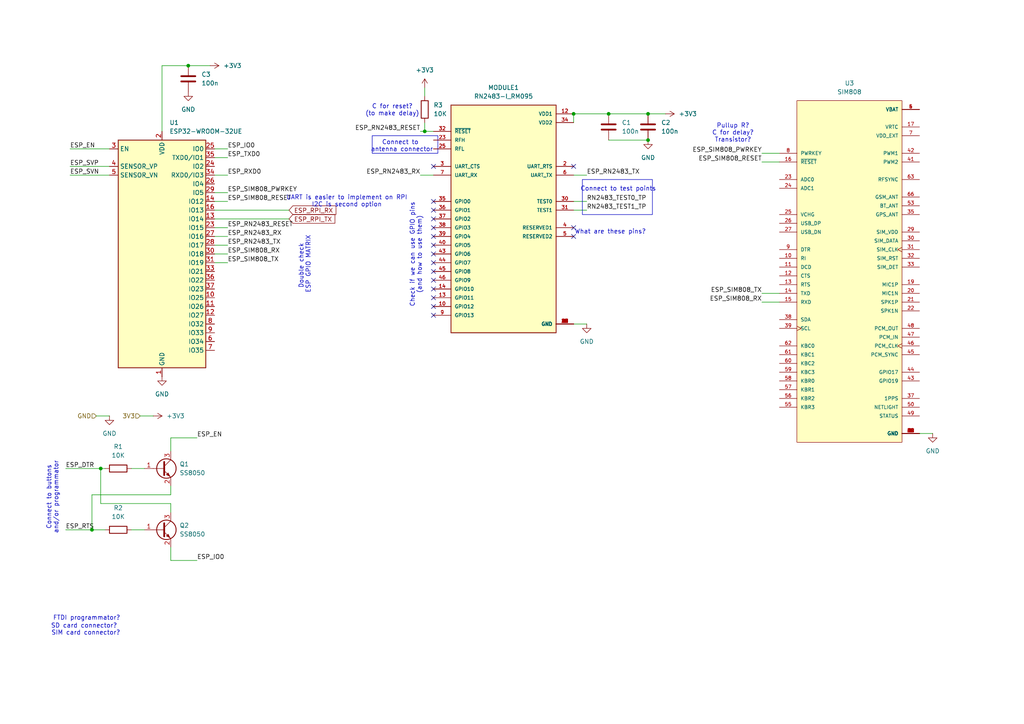
<source format=kicad_sch>
(kicad_sch (version 20250114) (generator "eeschema") (generator_version "9.0")
  (paper "A4")
  (lib_symbols
    (symbol "Device:C" (pin_numbers (hide yes)) (pin_names (offset 0.254))
      (property "Reference" "C" (at 0.635 2.54 0))
      (property "Value" "C" (at 0.635 -2.54 0))
      (symbol "C_0_1"
        (polyline (pts (xy -2.032 0.762) (xy 2.032 0.762)) (stroke (width 0.508)))
        (polyline (pts (xy -2.032 -0.762) (xy 2.032 -0.762)) (stroke (width 0.508)))
      )
      (symbol "C_1_1"
        (pin passive line (at 0 3.81 270) (length 2.794) (name "~") (number "1"))
        (pin passive line (at 0 -3.81 90) (length 2.794) (name "~") (number "2"))
      )
    )
    (symbol "Device:R" (pin_numbers (hide yes)) (pin_names (offset 0))
      (property "Reference" "R" (at 2.032 0 90))
      (property "Value" "R" (at 0 0 90))
      (symbol "R_0_1"
        (rectangle (start -1.016 -2.54) (end 1.016 2.54) (stroke (width 0.254)))
      )
      (symbol "R_1_1"
        (pin passive line (at 0 3.81 270) (length 1.27) (name "~") (number "1"))
        (pin passive line (at 0 -3.81 90) (length 1.27) (name "~") (number "2"))
      )
    )
    (symbol "RF_Module:ESP32-WROOM-32UE"
      (property "Reference" "U" (at -12.7 34.29 0))
      (property "Value" "ESP32-WROOM-32UE" (at 1.27 34.29 0))
      (symbol "ESP32-WROOM-32UE_0_1"
        (rectangle (start -12.7 33.02) (end 12.7 -33.02) (stroke (width 0.254)) (fill (type background)))
      )
      (symbol "ESP32-WROOM-32UE_1_1"
        (pin input line (at -15.24 30.48 0) (length 2.54) (name "EN") (number "3"))
        (pin input line (at -15.24 25.4 0) (length 2.54) (name "SENSOR_VP") (number "4"))
        (pin input line (at -15.24 22.86 0) (length 2.54) (name "SENSOR_VN") (number "5"))
        (pin no_connect line (at -12.7 0 0) (length 2.54) (hide yes) (name "NC") (number "21"))
        (pin no_connect line (at -12.7 -2.54 0) (length 2.54) (hide yes) (name "NC") (number "22"))
        (pin no_connect line (at -12.7 -5.08 0) (length 2.54) (hide yes) (name "NC") (number "17"))
        (pin no_connect line (at -12.7 -7.62 0) (length 2.54) (hide yes) (name "NC") (number "18"))
        (pin no_connect line (at -12.7 -10.16 0) (length 2.54) (hide yes) (name "NC") (number "20"))
        (pin no_connect line (at -12.7 -12.7 0) (length 2.54) (hide yes) (name "NC") (number "19"))
        (pin no_connect line (at -12.7 -27.94 0) (length 2.54) (hide yes) (name "NC") (number "32"))
        (pin power_in line (at 0 35.56 270) (length 2.54) (name "VDD") (number "2"))
        (pin power_in line (at 0 -35.56 90) (length 2.54) (name "GND") (number "1"))
        (pin passive line (at 0 -35.56 90) (length 2.54) (hide yes) (name "GND") (number "15"))
        (pin passive line (at 0 -35.56 90) (length 2.54) (hide yes) (name "GND") (number "38"))
        (pin passive line (at 0 -35.56 90) (length 2.54) (hide yes) (name "GND") (number "39"))
        (pin bidirectional line (at 15.24 30.48 180) (length 2.54) (name "IO0") (number "25"))
        (pin bidirectional line (at 15.24 27.94 180) (length 2.54) (name "TXD0/IO1") (number "35"))
        (pin bidirectional line (at 15.24 25.4 180) (length 2.54) (name "IO2") (number "24"))
        (pin bidirectional line (at 15.24 22.86 180) (length 2.54) (name "RXD0/IO3") (number "34"))
        (pin bidirectional line (at 15.24 20.32 180) (length 2.54) (name "IO4") (number "26"))
        (pin bidirectional line (at 15.24 17.78 180) (length 2.54) (name "IO5") (number "29"))
        (pin bidirectional line (at 15.24 15.24 180) (length 2.54) (name "IO12") (number "14"))
        (pin bidirectional line (at 15.24 12.7 180) (length 2.54) (name "IO13") (number "16"))
        (pin bidirectional line (at 15.24 10.16 180) (length 2.54) (name "IO14") (number "13"))
        (pin bidirectional line (at 15.24 7.62 180) (length 2.54) (name "IO15") (number "23"))
        (pin bidirectional line (at 15.24 5.08 180) (length 2.54) (name "IO16") (number "27"))
        (pin bidirectional line (at 15.24 2.54 180) (length 2.54) (name "IO17") (number "28"))
        (pin bidirectional line (at 15.24 0 180) (length 2.54) (name "IO18") (number "30"))
        (pin bidirectional line (at 15.24 -2.54 180) (length 2.54) (name "IO19") (number "31"))
        (pin bidirectional line (at 15.24 -5.08 180) (length 2.54) (name "IO21") (number "33"))
        (pin bidirectional line (at 15.24 -7.62 180) (length 2.54) (name "IO22") (number "36"))
        (pin bidirectional line (at 15.24 -10.16 180) (length 2.54) (name "IO23") (number "37"))
        (pin bidirectional line (at 15.24 -12.7 180) (length 2.54) (name "IO25") (number "10"))
        (pin bidirectional line (at 15.24 -15.24 180) (length 2.54) (name "IO26") (number "11"))
        (pin bidirectional line (at 15.24 -17.78 180) (length 2.54) (name "IO27") (number "12"))
        (pin bidirectional line (at 15.24 -20.32 180) (length 2.54) (name "IO32") (number "8"))
        (pin bidirectional line (at 15.24 -22.86 180) (length 2.54) (name "IO33") (number "9"))
        (pin input line (at 15.24 -25.4 180) (length 2.54) (name "IO34") (number "6"))
        (pin input line (at 15.24 -27.94 180) (length 2.54) (name "IO35") (number "7"))
      )
    )
    (symbol "Transistor_BJT:SS8050" (pin_names (offset 0) (hide yes))
      (property "Reference" "Q" (at 5.08 1.905 0))
      (property "Value" "SS8050" (at 5.08 0 0))
      (symbol "SS8050_0_1"
        (polyline (pts (xy -2.54 0) (xy 0.635 0)))
        (polyline (pts (xy 0.635 1.905) (xy 0.635 -1.905)) (stroke (width 0.508)))
        (circle (center 1.27 0) (radius 2.8194) (stroke (width 0.254)))
      )
      (symbol "SS8050_1_1"
        (polyline (pts (xy 0.635 0.635) (xy 2.54 2.54)))
        (polyline (pts (xy 0.635 -0.635) (xy 2.54 -2.54)))
        (polyline (pts (xy 1.27 -1.778) (xy 1.778 -1.27) (xy 2.286 -2.286) (xy 1.27 -1.778)) (fill (type outline)))
        (pin input line (at -5.08 0 0) (length 2.54) (name "B") (number "1"))
        (pin passive line (at 2.54 5.08 270) (length 2.54) (name "C") (number "3"))
        (pin passive line (at 2.54 -5.08 90) (length 2.54) (name "E") (number "2"))
      )
    )
    (symbol "power:+3V3" (power) (pin_numbers (hide yes)) (pin_names (offset 0) (hide yes))
      (property "Value" "+3V3" (at 0 3.556 0))
      (symbol "+3V3_0_1"
        (polyline (pts (xy -0.762 1.27) (xy 0 2.54)))
        (polyline (pts (xy 0 2.54) (xy 0.762 1.27)))
        (polyline (pts (xy 0 0) (xy 0 2.54)))
      )
      (symbol "+3V3_1_1"
        (pin power_in line (at 0 0 90) (length 0) (name "~") (number "1"))
      )
    )
    (symbol "power:GND" (power) (pin_numbers (hide yes)) (pin_names (offset 0) (hide yes))
      (property "Value" "GND" (at 0 -3.81 0))
      (symbol "GND_0_1"
        (polyline (pts (xy 0 0) (xy 0 -1.27) (xy 1.27 -1.27) (xy 0 -2.54) (xy -1.27 -1.27) (xy 0 -1.27)))
      )
      (symbol "GND_1_1"
        (pin power_in line (at 0 0 270) (length 0) (name "~") (number "1"))
      )
    )
    (symbol "probe_sys1:RN2483-I_RM095" (pin_names (offset 1.016))
      (property "Reference" "MODULE" (at -15.2463 33.0337 0))
      (property "Value" "RN2483-I_RM095" (at -15.2576 -35.6012 0))
      (symbol "RN2483-I_RM095_0_0"
        (rectangle (start -15.24 -33.02) (end 15.24 33.02) (stroke (width 0.254)) (fill (type background)))
        (pin input line (at -20.32 25.4 0) (length 5.08) (name "~{RESET}") (number "32"))
        (pin input line (at -20.32 22.86 0) (length 5.08) (name "RFH") (number "23"))
        (pin input line (at -20.32 20.32 0) (length 5.08) (name "RFL") (number "25"))
        (pin input line (at -20.32 15.24 0) (length 5.08) (name "UART_CTS") (number "3"))
        (pin input line (at -20.32 12.7 0) (length 5.08) (name "UART_RX") (number "7"))
        (pin bidirectional line (at -20.32 5.08 0) (length 5.08) (name "GPIO0") (number "35"))
        (pin bidirectional line (at -20.32 2.54 0) (length 5.08) (name "GPIO1") (number "36"))
        (pin bidirectional line (at -20.32 0 0) (length 5.08) (name "GPIO2") (number "37"))
        (pin bidirectional line (at -20.32 -2.54 0) (length 5.08) (name "GPIO3") (number "38"))
        (pin bidirectional line (at -20.32 -5.08 0) (length 5.08) (name "GPIO4") (number "39"))
        (pin bidirectional line (at -20.32 -7.62 0) (length 5.08) (name "GPIO5") (number "40"))
        (pin bidirectional line (at -20.32 -10.16 0) (length 5.08) (name "GPIO6") (number "43"))
        (pin bidirectional line (at -20.32 -12.7 0) (length 5.08) (name "GPIO7") (number "44"))
        (pin bidirectional line (at -20.32 -15.24 0) (length 5.08) (name "GPIO8") (number "45"))
        (pin bidirectional line (at -20.32 -17.78 0) (length 5.08) (name "GPIO9") (number "46"))
        (pin bidirectional line (at -20.32 -20.32 0) (length 5.08) (name "GPIO10") (number "14"))
        (pin bidirectional line (at -20.32 -22.86 0) (length 5.08) (name "GPIO11") (number "13"))
        (pin bidirectional line (at -20.32 -25.4 0) (length 5.08) (name "GPIO12") (number "10"))
        (pin bidirectional line (at -20.32 -27.94 0) (length 5.08) (name "GPIO13") (number "9"))
        (pin power_in line (at 20.32 30.48 180) (length 5.08) (name "VDD1") (number "12"))
        (pin power_in line (at 20.32 27.94 180) (length 5.08) (name "VDD2") (number "34"))
        (pin output line (at 20.32 15.24 180) (length 5.08) (name "UART_RTS") (number "2"))
        (pin output line (at 20.32 12.7 180) (length 5.08) (name "UART_TX") (number "6"))
        (pin passive line (at 20.32 5.08 180) (length 5.08) (name "TEST0") (number "30"))
        (pin passive line (at 20.32 2.54 180) (length 5.08) (name "TEST1") (number "31"))
        (pin passive line (at 20.32 -2.54 180) (length 5.08) (name "RESERVED1") (number "4"))
        (pin passive line (at 20.32 -5.08 180) (length 5.08) (name "RESERVED2") (number "5"))
        (pin passive line (at 20.32 -30.48 180) (length 5.08) (name "GND") (number "1"))
        (pin passive line (at 20.32 -30.48 180) (length 5.08) (name "GND") (number "11"))
        (pin passive line (at 20.32 -30.48 180) (length 5.08) (name "GND") (number "20"))
        (pin passive line (at 20.32 -30.48 180) (length 5.08) (name "GND") (number "21"))
        (pin passive line (at 20.32 -30.48 180) (length 5.08) (name "GND") (number "22"))
        (pin passive line (at 20.32 -30.48 180) (length 5.08) (name "GND") (number "24"))
        (pin passive line (at 20.32 -30.48 180) (length 5.08) (name "GND") (number "26"))
        (pin passive line (at 20.32 -30.48 180) (length 5.08) (name "GND") (number "27"))
        (pin passive line (at 20.32 -30.48 180) (length 5.08) (name "GND") (number "28"))
        (pin passive line (at 20.32 -30.48 180) (length 5.08) (name "GND") (number "33"))
        (pin passive line (at 20.32 -30.48 180) (length 5.08) (name "GND") (number "41"))
        (pin passive line (at 20.32 -30.48 180) (length 5.08) (name "GND") (number "47"))
        (pin passive line (at 20.32 -30.48 180) (length 5.08) (name "GND") (number "8"))
      )
    )
    (symbol "probe_sys1:SIM808" (pin_names (offset 1.016))
      (property "Reference" "U" (at -15.24 49.022 0))
      (property "Value" "SIM808" (at -15.24 -53.34 0))
      (symbol "SIM808_0_0"
        (rectangle (start -15.24 -50.8) (end 15.24 48.26) (stroke (width 0.1524)) (fill (type background)))
        (pin input line (at -20.32 33.02 0) (length 5.08) (name "PWRKEY") (number "8"))
        (pin input line (at -20.32 30.48 0) (length 5.08) (name "~{RESET}") (number "16"))
        (pin input line (at -20.32 25.4 0) (length 5.08) (name "ADC0") (number "23"))
        (pin input line (at -20.32 22.86 0) (length 5.08) (name "ADC1") (number "24"))
        (pin input line (at -20.32 15.24 0) (length 5.08) (name "VCHG") (number "25"))
        (pin bidirectional line (at -20.32 12.7 0) (length 5.08) (name "USB_DP") (number "26"))
        (pin bidirectional line (at -20.32 10.16 0) (length 5.08) (name "USB_DN") (number "27"))
        (pin input line (at -20.32 5.08 0) (length 5.08) (name "DTR") (number "9"))
        (pin output line (at -20.32 2.54 0) (length 5.08) (name "RI") (number "10"))
        (pin output line (at -20.32 0 0) (length 5.08) (name "DCD") (number "11"))
        (pin output line (at -20.32 -2.54 0) (length 5.08) (name "CTS") (number "12"))
        (pin input line (at -20.32 -5.08 0) (length 5.08) (name "RTS") (number "13"))
        (pin output line (at -20.32 -7.62 0) (length 5.08) (name "TXD") (number "14"))
        (pin input line (at -20.32 -10.16 0) (length 5.08) (name "RXD") (number "15"))
        (pin bidirectional line (at -20.32 -15.24 0) (length 5.08) (name "SDA") (number "38"))
        (pin input clock (at -20.32 -17.78 0) (length 5.08) (name "SCL") (number "39"))
        (pin input line (at -20.32 -22.86 0) (length 5.08) (name "KBC0") (number "62"))
        (pin input line (at -20.32 -25.4 0) (length 5.08) (name "KBC1") (number "61"))
        (pin input line (at -20.32 -27.94 0) (length 5.08) (name "KBC2") (number "60"))
        (pin input line (at -20.32 -30.48 0) (length 5.08) (name "KBC3") (number "59"))
        (pin output line (at -20.32 -33.02 0) (length 5.08) (name "KBR0") (number "58"))
        (pin output line (at -20.32 -35.56 0) (length 5.08) (name "KBR1") (number "57"))
        (pin output line (at -20.32 -38.1 0) (length 5.08) (name "KBR2") (number "56"))
        (pin output line (at -20.32 -40.64 0) (length 5.08) (name "KBR3") (number "55"))
        (pin power_in line (at 20.32 45.72 180) (length 5.08) (name "VBAT") (number "4"))
        (pin power_in line (at 20.32 45.72 180) (length 5.08) (name "VBAT") (number "5"))
        (pin power_in line (at 20.32 45.72 180) (length 5.08) (name "VBAT") (number "6"))
        (pin bidirectional line (at 20.32 40.64 180) (length 5.08) (name "VRTC") (number "17"))
        (pin output line (at 20.32 38.1 180) (length 5.08) (name "VDD_EXT") (number "7"))
        (pin output line (at 20.32 33.02 180) (length 5.08) (name "PWM1") (number "42"))
        (pin output line (at 20.32 30.48 180) (length 5.08) (name "PWM2") (number "41"))
        (pin output line (at 20.32 25.4 180) (length 5.08) (name "RFSYNC") (number "63"))
        (pin bidirectional line (at 20.32 20.32 180) (length 5.08) (name "GSM_ANT") (number "66"))
        (pin bidirectional line (at 20.32 17.78 180) (length 5.08) (name "BT_ANT") (number "53"))
        (pin input line (at 20.32 15.24 180) (length 5.08) (name "GPS_ANT") (number "35"))
        (pin output line (at 20.32 10.16 180) (length 5.08) (name "SIM_VDD") (number "29"))
        (pin bidirectional line (at 20.32 7.62 180) (length 5.08) (name "SIM_DATA") (number "30"))
        (pin output clock (at 20.32 5.08 180) (length 5.08) (name "SIM_CLK") (number "31"))
        (pin output line (at 20.32 2.54 180) (length 5.08) (name "SIM_RST") (number "32"))
        (pin input line (at 20.32 0 180) (length 5.08) (name "SIM_DET") (number "33"))
        (pin input line (at 20.32 -5.08 180) (length 5.08) (name "MIC1P") (number "19"))
        (pin input line (at 20.32 -7.62 180) (length 5.08) (name "MIC1N") (number "20"))
        (pin output line (at 20.32 -10.16 180) (length 5.08) (name "SPK1P") (number "21"))
        (pin output line (at 20.32 -12.7 180) (length 5.08) (name "SPK1N") (number "22"))
        (pin output line (at 20.32 -17.78 180) (length 5.08) (name "PCM_OUT") (number "48"))
        (pin input line (at 20.32 -20.32 180) (length 5.08) (name "PCM_IN") (number "47"))
        (pin input clock (at 20.32 -22.86 180) (length 5.08) (name "PCM_CLK") (number "46"))
        (pin output line (at 20.32 -25.4 180) (length 5.08) (name "PCM_SYNC") (number "45"))
        (pin bidirectional line (at 20.32 -30.48 180) (length 5.08) (name "GPIO17") (number "44"))
        (pin bidirectional line (at 20.32 -33.02 180) (length 5.08) (name "GPIO19") (number "43"))
        (pin output line (at 20.32 -38.1 180) (length 5.08) (name "1PPS") (number "37"))
        (pin output line (at 20.32 -40.64 180) (length 5.08) (name "NETLIGHT") (number "50"))
        (pin output line (at 20.32 -43.18 180) (length 5.08) (name "STATUS") (number "49"))
        (pin power_in line (at 20.32 -48.26 180) (length 5.08) (name "GND") (number "1"))
        (pin power_in line (at 20.32 -48.26 180) (length 5.08) (name "GND") (number "18"))
        (pin power_in line (at 20.32 -48.26 180) (length 5.08) (name "GND") (number "2"))
        (pin power_in line (at 20.32 -48.26 180) (length 5.08) (name "GND") (number "28"))
        (pin power_in line (at 20.32 -48.26 180) (length 5.08) (name "GND") (number "3"))
        (pin power_in line (at 20.32 -48.26 180) (length 5.08) (name "GND") (number "34"))
        (pin power_in line (at 20.32 -48.26 180) (length 5.08) (name "GND") (number "36"))
        (pin power_in line (at 20.32 -48.26 180) (length 5.08) (name "GND") (number "40"))
        (pin power_in line (at 20.32 -48.26 180) (length 5.08) (name "GND") (number "51"))
        (pin power_in line (at 20.32 -48.26 180) (length 5.08) (name "GND") (number "52"))
        (pin power_in line (at 20.32 -48.26 180) (length 5.08) (name "GND") (number "54"))
        (pin power_in line (at 20.32 -48.26 180) (length 5.08) (name "GND") (number "64"))
        (pin power_in line (at 20.32 -48.26 180) (length 5.08) (name "GND") (number "65"))
        (pin power_in line (at 20.32 -48.26 180) (length 5.08) (name "GND") (number "67"))
        (pin power_in line (at 20.32 -48.26 180) (length 5.08) (name "GND") (number "68"))
      )
    )
  )
  (rectangle (start 107.95 39.37) (end 127 44.45))
  (rectangle (start 168.91 52.07) (end 189.23 62.23))
  (text "C for reset?\n(to make delay)" (at 113.792 32.004 0) (effects (font (size 1.27 1.27))))
  (text "Connect to test points" (at 179.324 54.864 0) (effects (font (size 1.27 1.27))))
  (text "UART is easier to implement on RPI\nI2C is second option" (at 100.584 58.42 0) (effects (font (size 1.27 1.27))))
  (text "SIM card connector?" (at 24.892 183.642 0) (effects (font (size 1.27 1.27))))
  (text "Connect to \nantenna connector" (at 116.586 42.418 0) (effects (font (size 1.27 1.27))))
  (text "Double check \nESP GPIO MATRIX" (at 88.392 76.708 90) (effects (font (size 1.27 1.27))))
  (text "FTDI programmator?" (at 25.146 179.324 0) (effects (font (size 1.27 1.27))))
  (text "SD card connector?" (at 24.384 181.61 0) (effects (font (size 1.27 1.27))))
  (text "Check if we can use GPIO pins\n(and how to use them)\n" (at 120.65 73.914 90) (effects (font (size 1.27 1.27))))
  (text "Pullup R?\nC for delay?\nTransistor?\n" (at 212.598 38.608 0) (effects (font (size 1.27 1.27))))
  (text "What are these pins?" (at 177.038 67.31 0) (effects (font (size 1.27 1.27))))
  (text "Connect to buttons\nand/or programmator" (at 15.24 144.272 90) (effects (font (size 1.27 1.27))))
  (junction (at 176.53 33.02))
  (junction (at 187.96 40.64))
  (junction (at 166.37 33.02))
  (junction (at 187.96 33.02))
  (junction (at 123.19 38.1))
  (junction (at 29.21 135.89))
  (junction (at 26.67 153.67))
  (junction (at 54.61 19.05))
  (no_connect (at 125.73 91.44))
  (no_connect (at 125.73 81.28))
  (no_connect (at 125.73 76.2))
  (no_connect (at 125.73 88.9))
  (no_connect (at 166.37 66.04))
  (no_connect (at 125.73 63.5))
  (no_connect (at 125.73 71.12))
  (no_connect (at 125.73 83.82))
  (no_connect (at 125.73 68.58))
  (no_connect (at 125.73 60.96))
  (no_connect (at 166.37 48.26))
  (no_connect (at 125.73 78.74))
  (no_connect (at 125.73 66.04))
  (no_connect (at 125.73 58.42))
  (no_connect (at 125.73 73.66))
  (no_connect (at 125.73 86.36))
  (no_connect (at 166.37 68.58))
  (no_connect (at 125.73 48.26))
  (wire (pts (xy 49.53 162.56) (xy 57.15 162.56)))
  (wire (pts (xy 187.96 33.02) (xy 193.04 33.02)))
  (wire (pts (xy 121.92 50.8) (xy 125.73 50.8)))
  (wire (pts (xy 20.32 43.18) (xy 31.75 43.18)))
  (wire (pts (xy 62.23 68.58) (xy 66.04 68.58)))
  (wire (pts (xy 220.98 85.09) (xy 226.06 85.09)))
  (wire (pts (xy 176.53 33.02) (xy 187.96 33.02)))
  (wire (pts (xy 166.37 33.02) (xy 176.53 33.02)))
  (wire (pts (xy 62.23 58.42) (xy 66.04 58.42)))
  (wire (pts (xy 123.19 25.4) (xy 123.19 27.94)))
  (wire (pts (xy 49.53 140.97) (xy 49.53 143.51)))
  (wire (pts (xy 49.53 127) (xy 49.53 130.81)))
  (wire (pts (xy 29.21 135.89) (xy 30.48 135.89)))
  (wire (pts (xy 266.7 125.73) (xy 270.51 125.73)))
  (wire (pts (xy 123.19 35.56) (xy 123.19 38.1)))
  (wire (pts (xy 46.99 19.05) (xy 46.99 38.1)))
  (wire (pts (xy 62.23 43.18) (xy 66.04 43.18)))
  (wire (pts (xy 62.23 45.72) (xy 66.04 45.72)))
  (wire (pts (xy 62.23 60.96) (xy 83.82 60.96)))
  (wire (pts (xy 49.53 143.51) (xy 26.67 143.51)))
  (wire (pts (xy 20.32 50.8) (xy 31.75 50.8)))
  (wire (pts (xy 166.37 50.8) (xy 170.18 50.8)))
  (wire (pts (xy 26.67 153.67) (xy 30.48 153.67)))
  (wire (pts (xy 27.94 120.65) (xy 31.75 120.65)))
  (wire (pts (xy 220.98 44.45) (xy 226.06 44.45)))
  (wire (pts (xy 40.64 120.65) (xy 44.45 120.65)))
  (wire (pts (xy 123.19 38.1) (xy 125.73 38.1)))
  (wire (pts (xy 166.37 60.96) (xy 170.18 60.96)))
  (wire (pts (xy 49.53 148.59) (xy 49.53 146.05)))
  (wire (pts (xy 60.96 19.05) (xy 54.61 19.05)))
  (wire (pts (xy 54.61 19.05) (xy 46.99 19.05)))
  (wire (pts (xy 176.53 40.64) (xy 187.96 40.64)))
  (wire (pts (xy 19.05 153.67) (xy 26.67 153.67)))
  (wire (pts (xy 62.23 55.88) (xy 66.04 55.88)))
  (wire (pts (xy 166.37 33.02) (xy 166.37 35.56)))
  (wire (pts (xy 19.05 135.89) (xy 29.21 135.89)))
  (wire (pts (xy 62.23 71.12) (xy 66.04 71.12)))
  (wire (pts (xy 57.15 127) (xy 49.53 127)))
  (wire (pts (xy 38.1 135.89) (xy 41.91 135.89)))
  (wire (pts (xy 166.37 93.98) (xy 170.18 93.98)))
  (wire (pts (xy 220.98 46.99) (xy 226.06 46.99)))
  (wire (pts (xy 29.21 135.89) (xy 29.21 146.05)))
  (wire (pts (xy 220.98 87.63) (xy 226.06 87.63)))
  (wire (pts (xy 20.32 48.26) (xy 31.75 48.26)))
  (wire (pts (xy 121.92 38.1) (xy 123.19 38.1)))
  (wire (pts (xy 49.53 158.75) (xy 49.53 162.56)))
  (wire (pts (xy 62.23 66.04) (xy 66.04 66.04)))
  (wire (pts (xy 38.1 153.67) (xy 41.91 153.67)))
  (wire (pts (xy 26.67 143.51) (xy 26.67 153.67)))
  (wire (pts (xy 62.23 63.5) (xy 83.82 63.5)))
  (wire (pts (xy 166.37 58.42) (xy 170.18 58.42)))
  (wire (pts (xy 62.23 50.8) (xy 66.04 50.8)))
  (wire (pts (xy 62.23 73.66) (xy 66.04 73.66)))
  (wire (pts (xy 62.23 76.2) (xy 66.04 76.2)))
  (wire (pts (xy 49.53 146.05) (xy 29.21 146.05)))
  (label "ESP_DTR" (at 19.05 135.89 0))
  (label "ESP_RN2483_RESET" (at 121.92 38.1 180))
  (label "ESP_IO0" (at 66.04 43.18 0))
  (label "ESP_RN2483_RESET" (at 66.04 66.04 0))
  (label "ESP_RN2483_RX" (at 121.92 50.8 180))
  (label "ESP_RTS" (at 19.05 153.67 0))
  (label "ESP_RN2483_RX" (at 66.04 68.58 0))
  (label "ESP_SIM808_PWRKEY" (at 220.98 44.45 180))
  (label "ESP_EN" (at 20.32 43.18 0))
  (label "ESP_SIM808_RX" (at 66.04 73.66 0))
  (label "ESP_SIM808_PWRKEY" (at 66.04 55.88 0))
  (label "ESP_SIM808_RESET" (at 66.04 58.42 0))
  (label "ESP_EN" (at 57.15 127 0))
  (label "ESP_IO0" (at 57.15 162.56 0))
  (label "ESP_RXD0" (at 66.04 50.8 0))
  (label "ESP_TXD0" (at 66.04 45.72 0))
  (label "RN2483_TEST1_TP" (at 170.18 60.96 0))
  (label "RN2483_TEST0_TP" (at 170.18 58.42 0))
  (label "ESP_SIM808_RESET" (at 220.98 46.99 180))
  (label "ESP_RN2483_TX" (at 66.04 71.12 0))
  (label "ESP_SVN" (at 20.32 50.8 0))
  (label "ESP_SVP" (at 20.32 48.26 0))
  (label "ESP_SIM808_TX" (at 66.04 76.2 0))
  (label "ESP_SIM808_TX" (at 220.98 85.09 180))
  (label "ESP_RN2483_TX" (at 170.18 50.8 0))
  (label "ESP_SIM808_RX" (at 220.98 87.63 180))
  (global_label "ESP_RPI_RX" (shape input) (at 83.82 60.96 0) (property "Intersheetrefs" "${INTERSHEET_REFS}" (effects (hide yes))))
  (global_label "ESP_RPI_TX" (shape input) (at 83.82 63.5 0) (property "Intersheetrefs" "${INTERSHEET_REFS}" (effects (hide yes))))
  (hierarchical_label "GND" (shape input) (at 27.94 120.65 180))
  (hierarchical_label "3V3" (shape input) (at 40.64 120.65 180))
  (symbol (lib_id "probe_sys1:RN2483-I_RM095") (at 146.05 63.5 0) (unit 1)
    (property "Reference" "MODULE1" (at 146.05 25.4 0))
    (property "Value" "RN2483-I_RM095" (at 146.05 27.94 0))
    (property "Footprint" "probe_sys1:RN2483-I_RM095" (effects (hide yes)))
    (property "MF" "Microchip" (effects (hide yes)))
    (property "Description_1" "Sub-GHz Dual Band Long Range Transceiver LoRa Module" (effects (hide yes)))
    (property "Package" "None" (effects (hide yes)))
    (property "Price" "None" (effects (hide yes)))
    (property "Check_prices" "https://www.snapeda.com/parts/RN2483-I/RM095/Microchip/view-part/?ref=eda" (effects (hide yes)))
    (property "SnapEDA_Link" "https://www.snapeda.com/parts/RN2483-I/RM095/Microchip/view-part/?ref=snap" (effects (hide yes)))
    (property "MP" "RN2483-I/RM095" (effects (hide yes)))
    (property "Availability" "Not in stock" (effects (hide yes)))
    (property "MANUFACTURER" "Microchip" (effects (hide yes)))
  )
  (symbol (lib_id "power:+3V3") (at 123.19 25.4 0) (unit 1)
    (property "Reference" "#PWR011" (effects (hide yes)))
    (property "Value" "+3V3" (at 123.19 20.32 0))
    (property "Description" "Power symbol creates a global label with name \"+3V3\"" (effects (hide yes)))
  )
  (symbol (lib_id "Transistor_BJT:SS8050") (at 46.99 153.67 0) (unit 1)
    (property "Reference" "Q2" (at 52.07 152.3999 0) (effects (justify left)))
    (property "Value" "SS8050" (at 52.07 154.9399 0) (effects (justify left)))
    (property "Footprint" "Package_TO_SOT_SMD:SOT-23" (effects (hide yes)))
    (property "Datasheet" "http://www.secosgmbh.com/datasheet/products/SSMPTransistor/SOT-23/SS8050.pdf" (effects (hide yes)))
    (property "Description" "General Purpose NPN Transistor, 1.5A Ic, 25V Vce, SOT-23" (effects (hide yes)))
    (property "Supplier" "https://www.kelco.rs/katalog/detalji.php?ID=17962" (effects (hide yes)))
  )
  (symbol (lib_id "Device:R") (at 34.29 135.89 90) (unit 1)
    (property "Reference" "R1" (at 34.29 129.54 90))
    (property "Value" "10K" (at 34.29 132.08 90))
    (property "Footprint" "Resistor_SMD:R_0603_1608Metric_Pad0.98x0.95mm_HandSolder" (effects (hide yes)))
    (property "Description" "Resistor" (effects (hide yes)))
    (property "Supplier" "https://www.kelco.rs/katalog/detalji.php?ID=11702" (effects (hide yes)))
  )
  (symbol (lib_id "Device:C") (at 187.96 36.83 0) (unit 1)
    (property "Reference" "C2" (at 191.77 35.5599 0) (effects (justify left)))
    (property "Value" "100n" (at 191.77 38.0999 0) (effects (justify left)))
    (property "Footprint" "Capacitor_SMD:C_0603_1608Metric_Pad1.08x0.95mm_HandSolder" (effects (hide yes)))
    (property "Description" "Unpolarized capacitor" (effects (hide yes)))
    (property "Supplier" "https://www.kelco.rs/katalog/detalji.php?ID=11061" (effects (hide yes)))
  )
  (symbol (lib_id "probe_sys1:SIM808") (at 246.38 77.47 0) (unit 1)
    (property "Reference" "U3" (at 246.38 24.13 0))
    (property "Value" "SIM808" (at 246.38 26.67 0))
    (property "Footprint" "probe_sys1:SIM808" (effects (hide yes)))
    (property "MF" "SIMcom Wireless  solutions Co.,Ltd" (effects (hide yes)))
    (property "MAXIMUM_PACKAGE_HEIGHT" "2.8mm" (effects (hide yes)))
    (property "Package" "None" (effects (hide yes)))
    (property "Price" "None" (effects (hide yes)))
    (property "Check_prices" "https://www.snapeda.com/parts/SIM808/SIMCom/view-part/?ref=eda" (effects (hide yes)))
    (property "STANDARD" "Manufacturer recommendations" (effects (hide yes)))
    (property "PARTREV" "1.03" (effects (hide yes)))
    (property "SnapEDA_Link" "https://www.snapeda.com/parts/SIM808/SIMCom/view-part/?ref=snap" (effects (hide yes)))
    (property "MP" "SIM808" (effects (hide yes)))
    (property "Description_1" "SIM808 GPS, GPRS/GSM RF mikroBUS™ Click™ Platform Evaluation Expansion Board" (effects (hide yes)))
    (property "Availability" "In Stock" (effects (hide yes)))
    (property "MANUFACTURER" "SIMCOM" (effects (hide yes)))
  )
  (symbol (lib_id "power:+3V3") (at 193.04 33.02 270) (unit 1)
    (property "Reference" "#PWR010" (effects (hide yes)))
    (property "Value" "+3V3" (at 196.85 33.0199 90) (effects (justify left)))
    (property "Description" "Power symbol creates a global label with name \"+3V3\"" (effects (hide yes)))
  )
  (symbol (lib_id "power:+3V3") (at 44.45 120.65 270) (unit 1)
    (property "Reference" "#PWR08" (effects (hide yes)))
    (property "Value" "+3V3" (at 48.26 120.6499 90) (effects (justify left)))
    (property "Description" "Power symbol creates a global label with name \"+3V3\"" (effects (hide yes)))
  )
  (symbol (lib_id "Device:C") (at 54.61 22.86 0) (unit 1)
    (property "Reference" "C3" (at 58.42 21.5899 0) (effects (justify left)))
    (property "Value" "100n" (at 58.42 24.1299 0) (effects (justify left)))
    (property "Footprint" "Capacitor_SMD:C_0603_1608Metric_Pad1.08x0.95mm_HandSolder" (effects (hide yes)))
    (property "Description" "Unpolarized capacitor" (effects (hide yes)))
    (property "Supplier" "https://www.kelco.rs/katalog/detalji.php?ID=11061" (effects (hide yes)))
  )
  (symbol (lib_id "Device:R") (at 34.29 153.67 90) (unit 1)
    (property "Reference" "R2" (at 34.29 147.32 90))
    (property "Value" "10K" (at 34.29 149.86 90))
    (property "Footprint" "Resistor_SMD:R_0603_1608Metric_Pad0.98x0.95mm_HandSolder" (effects (hide yes)))
    (property "Description" "Resistor" (effects (hide yes)))
    (property "Supplier" "https://www.kelco.rs/katalog/detalji.php?ID=11702" (effects (hide yes)))
  )
  (symbol (lib_id "power:GND") (at 187.96 40.64 0) (unit 1)
    (property "Reference" "#PWR05" (effects (hide yes)))
    (property "Value" "GND" (at 187.96 45.72 0))
    (property "Description" "Power symbol creates a global label with name \"GND\" , ground" (effects (hide yes)))
  )
  (symbol (lib_id "Device:R") (at 123.19 31.75 180) (unit 1)
    (property "Reference" "R3" (at 125.73 30.4799 0) (effects (justify right)))
    (property "Value" "10K" (at 125.73 33.0199 0) (effects (justify right)))
    (property "Footprint" "Resistor_SMD:R_0603_1608Metric_Pad0.98x0.95mm_HandSolder" (effects (hide yes)))
    (property "Description" "Resistor" (effects (hide yes)))
    (property "Supplier" "https://www.kelco.rs/katalog/detalji.php?ID=11702" (effects (hide yes)))
  )
  (symbol (lib_id "power:GND") (at 31.75 120.65 0) (unit 1)
    (property "Reference" "#PWR01" (effects (hide yes)))
    (property "Value" "GND" (at 31.75 125.73 0))
    (property "Description" "Power symbol creates a global label with name \"GND\" , ground" (effects (hide yes)))
  )
  (symbol (lib_id "power:GND") (at 170.18 93.98 0) (unit 1)
    (property "Reference" "#PWR03" (effects (hide yes)))
    (property "Value" "GND" (at 170.18 99.06 0))
    (property "Description" "Power symbol creates a global label with name \"GND\" , ground" (effects (hide yes)))
  )
  (symbol (lib_id "Transistor_BJT:SS8050") (at 46.99 135.89 0) (unit 1)
    (property "Reference" "Q1" (at 52.07 134.6199 0) (effects (justify left)))
    (property "Value" "SS8050" (at 52.07 137.1599 0) (effects (justify left)))
    (property "Footprint" "Package_TO_SOT_SMD:SOT-23" (effects (hide yes)))
    (property "Datasheet" "http://www.secosgmbh.com/datasheet/products/SSMPTransistor/SOT-23/SS8050.pdf" (effects (hide yes)))
    (property "Description" "General Purpose NPN Transistor, 1.5A Ic, 25V Vce, SOT-23" (effects (hide yes)))
  )
  (symbol (lib_id "power:+3V3") (at 60.96 19.05 270) (unit 1)
    (property "Reference" "#PWR09" (effects (hide yes)))
    (property "Value" "+3V3" (at 64.77 19.0499 90) (effects (justify left)))
    (property "Description" "Power symbol creates a global label with name \"+3V3\"" (effects (hide yes)))
  )
  (symbol (lib_id "power:GND") (at 46.99 109.22 0) (unit 1)
    (property "Reference" "#PWR02" (effects (hide yes)))
    (property "Value" "GND" (at 46.99 114.3 0))
    (property "Description" "Power symbol creates a global label with name \"GND\" , ground" (effects (hide yes)))
  )
  (symbol (lib_id "power:GND") (at 270.51 125.73 0) (unit 1)
    (property "Reference" "#PWR04" (effects (hide yes)))
    (property "Value" "GND" (at 270.51 130.81 0))
    (property "Description" "Power symbol creates a global label with name \"GND\" , ground" (effects (hide yes)))
  )
  (symbol (lib_id "RF_Module:ESP32-WROOM-32UE") (at 46.99 73.66 0) (unit 1)
    (property "Reference" "U1" (at 49.1333 35.56 0) (effects (justify left)))
    (property "Value" "ESP32-WROOM-32UE" (at 49.1333 38.1 0) (effects (justify left)))
    (property "Footprint" "probe_sys1:ESP32-WROOM-32UE" (effects (hide yes)))
    (property "Datasheet" "https://www.espressif.com/sites/default/files/documentation/esp32-wroom-32e_esp32-wroom-32ue_datasheet_en.pdf" (effects (hide yes)))
    (property "Description" "RF Module, ESP32-D0WD-V3 SoC, without PSRAM, Wi-Fi 802.11b/g/n, Bluetooth, BLE, 32-bit, 2.7-3.6V, external antenna, SMD" (effects (hide yes)))
  )
  (symbol (lib_id "Device:C") (at 176.53 36.83 0) (unit 1)
    (property "Reference" "C1" (at 180.34 35.5599 0) (effects (justify left)))
    (property "Value" "100n" (at 180.34 38.0999 0) (effects (justify left)))
    (property "Footprint" "Capacitor_SMD:C_0603_1608Metric_Pad1.08x0.95mm_HandSolder" (effects (hide yes)))
    (property "Description" "Unpolarized capacitor" (effects (hide yes)))
    (property "Supplier" "https://www.kelco.rs/katalog/detalji.php?ID=11061" (effects (hide yes)))
  )
  (symbol (lib_id "power:GND") (at 54.61 26.67 0) (unit 1)
    (property "Reference" "#PWR06" (effects (hide yes)))
    (property "Value" "GND" (at 54.61 31.75 0))
    (property "Description" "Power symbol creates a global label with name \"GND\" , ground" (effects (hide yes)))
  )
)
</source>
